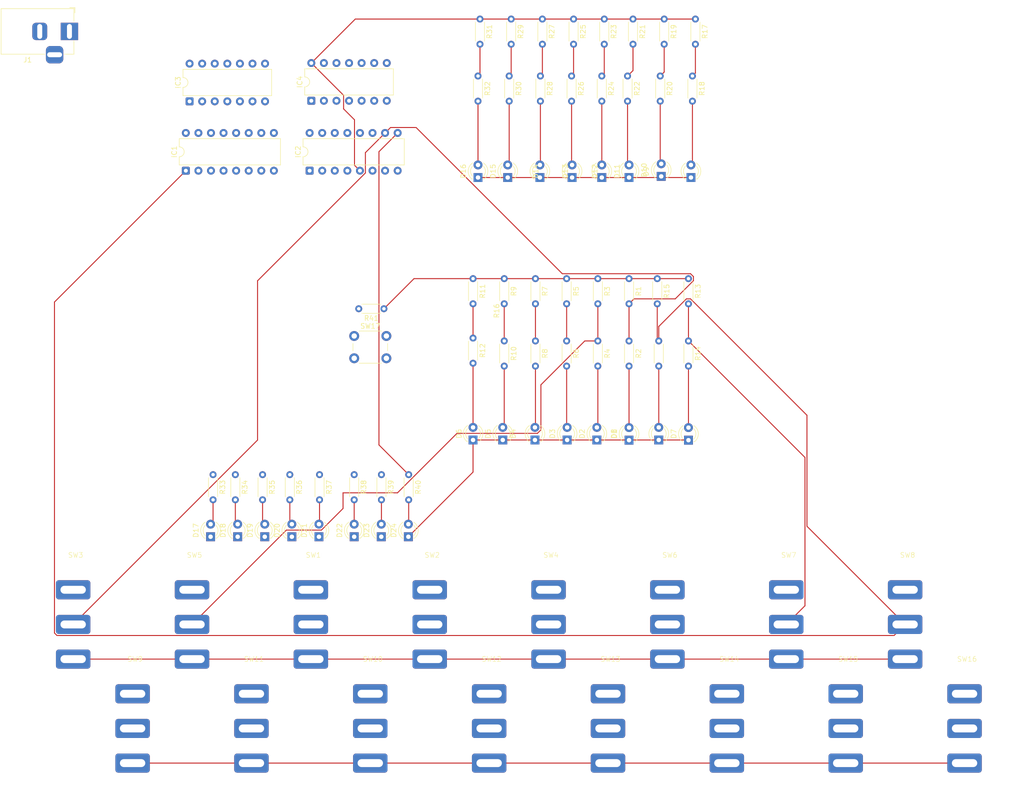
<source format=kicad_pcb>
(kicad_pcb (version 20241229) (generator "pcbnew") (generator_version "9.0")
  (layers (0 "F.Cu" signal) (2 "B.Cu" signal) (13 "F.Paste" user) (15 "B.Paste" user) (5 "F.SilkS" user "F.Silkscreen") (7 "B.SilkS" user "B.Silkscreen") (1 "F.Mask" user) (3 "B.Mask" user) (25 "Edge.Cuts" user))
  (net 0 "")
  (net 1 "Net-(D1-A)")
  (net 2 "GND")
  (net 3 "Net-(D2-A)")
  (net 4 "Net-(D3-A)")
  (net 5 "Net-(D4-A)")
  (net 6 "Net-(D5-A)")
  (net 7 "Net-(D6-A)")
  (net 8 "Net-(D7-A)")
  (net 9 "Net-(D8-A)")
  (net 10 "Net-(D9-A)")
  (net 11 "Net-(D10-A)")
  (net 12 "Net-(D11-A)")
  (net 13 "Net-(D12-A)")
  (net 14 "Net-(D13-A)")
  (net 15 "Net-(D14-A)")
  (net 16 "Net-(D15-A)")
  (net 17 "Net-(D16-A)")
  (net 18 "Net-(D17-A)")
  (net 19 "Net-(D18-A)")
  (net 20 "Net-(D19-A)")
  (net 21 "Net-(D20-A)")
  (net 22 "Net-(D21-A)")
  (net 23 "Net-(D22-A)")
  (net 24 "Net-(D23-A)")
  (net 25 "Net-(D24-A)")
  (net 26 "/A6")
  (net 27 "/S7")
  (net 28 "Net-(IC1-B2)")
  (net 29 "/A7")
  (net 30 "/A5")
  (net 31 "/A4")
  (net 32 "Net-(IC1-B1)")
  (net 33 "/S6")
  (net 34 "Net-(IC1-B4)")
  (net 35 "Net-(IC1-C0)")
  (net 36 "Net-(IC1-B3)")
  (net 37 "/VCC")
  (net 38 "/S4")
  (net 40 "/S5")
  (net 41 "/A2")
  (net 42 "/S2")
  (net 43 "/A3")
  (net 44 "Net-(IC2-B4)")
  (net 45 "/S3")
  (net 46 "Net-(IC2-B1)")
  (net 47 "/S1")
  (net 48 "/S0")
  (net 49 "/SUB")
  (net 50 "/A0")
  (net 51 "Net-(IC2-B3)")
  (net 52 "Net-(IC2-B2)")
  (net 53 "/A1")
  (net 54 "/B7")
  (net 55 "/B5")
  (net 56 "/B4")
  (net 57 "/B6")
  (net 58 "/B1")
  (net 59 "/B0")
  (net 60 "/B3")
  (net 61 "/B2")
  (footprint "new switch:new switch" (layer "F.Cu") (at 66.75 166.25)
    (property "Reference" "SW11")
    (property "Value" "SW_SPDT")
  )
  (footprint "new switch:new switch" (layer "F.Cu") (at 102.75 145.25)
    (property "Reference" "SW2")
    (property "Value" "SW_SPDT")
  )
  (footprint "LED_THT:LED_D3.0mm" (layer "F.Cu") (at 137.5 55 90)
    (property "Reference" "D12")
    (property "Value" "LED")
  )
  (footprint "LED_THT:LED_D3.0mm" (layer "F.Cu") (at 143 55 90)
    (property "Reference" "D11")
    (property "Value" "LED")
  )
  (footprint "Resistor_THT:R_Axial_DIN0204_L3.6mm_D1.6mm_P5.08mm_Horizontal" (layer "F.Cu") (at 63.5 115 -90)
    (property "Reference" "R34")
    (property "Value" "1K")
  )
  (footprint "Resistor_THT:R_Axial_DIN0204_L3.6mm_D1.6mm_P5.08mm_Horizontal" (layer "F.Cu") (at 136.7 75.42 -90)
    (property "Reference" "R3")
    (property "Value" "1K")
  )
  (footprint "Resistor_THT:R_Axial_DIN0204_L3.6mm_D1.6mm_P5.08mm_Horizontal" (layer "F.Cu") (at 136.7 88 -90)
    (property "Reference" "R4")
    (property "Value" "1K")
  )
  (footprint "LED_THT:LED_D3.0mm" (layer "F.Cu") (at 98.44 127.54 90)
    (property "Reference" "D24")
    (property "Value" "LED")
  )
  (footprint "Resistor_THT:R_Axial_DIN0204_L3.6mm_D1.6mm_P5.08mm_Horizontal" (layer "F.Cu") (at 148.7 75.42 -90)
    (property "Reference" "R15")
    (property "Value" "1K")
  )
  (footprint "Resistor_THT:R_Axial_DIN0204_L3.6mm_D1.6mm_P5.08mm_Horizontal" (layer "F.Cu") (at 143 88 -90)
    (property "Reference" "R2")
    (property "Value" "1K")
  )
  (footprint "new switch:new switch" (layer "F.Cu") (at 90.75 166.25)
    (property "Reference" "SW10")
    (property "Value" "SW_SPDT")
  )
  (footprint "Resistor_THT:R_Axial_DIN0204_L3.6mm_D1.6mm_P5.08mm_Horizontal" (layer "F.Cu") (at 125.5 23 -90)
    (property "Reference" "R27")
    (property "Value" "1K")
  )
  (footprint "Resistor_THT:R_Axial_DIN0204_L3.6mm_D1.6mm_P5.08mm_Horizontal" (layer "F.Cu") (at 149.3 34.5 -90)
    (property "Reference" "R20")
    (property "Value" "1K")
  )
  (footprint "LED_THT:LED_D3.0mm" (layer "F.Cu") (at 149.5 54.77 90)
    (property "Reference" "D10")
    (property "Value" "LED")
  )
  (footprint "Resistor_THT:R_Axial_DIN0204_L3.6mm_D1.6mm_P5.08mm_Horizontal" (layer "F.Cu") (at 150.1 23 -90)
    (property "Reference" "R19")
    (property "Value" "1K")
  )
  (footprint "new switch:new switch" (layer "F.Cu") (at 30.75 145.25)
    (property "Reference" "SW3")
    (property "Value" "SW_SPDT")
  )
  (footprint "Resistor_THT:R_Axial_DIN0204_L3.6mm_D1.6mm_P5.08mm_Horizontal" (layer "F.Cu") (at 124.1 88 -90)
    (property "Reference" "R8")
    (property "Value" "1K")
  )
  (footprint "LED_THT:LED_D3.0mm" (layer "F.Cu") (at 117.5 108 90)
    (property "Reference" "D5")
    (property "Value" "LED")
  )
  (footprint "Package_DIP:DIP-16_W7.62mm" (layer "F.Cu") (at 53.5 53.62 90)
    (property "Reference" "IC1")
    (property "Value" "~")
  )
  (footprint "Resistor_THT:R_Axial_DIN0204_L3.6mm_D1.6mm_P5.08mm_Horizontal" (layer "F.Cu") (at 117.8 88 -90)
    (property "Reference" "R10")
    (property "Value" "1K")
  )
  (footprint "Resistor_THT:R_Axial_DIN0204_L3.6mm_D1.6mm_P5.08mm_Horizontal" (layer "F.Cu") (at 112.5 34.5 -90)
    (property "Reference" "R32")
    (property "Value" "1K")
  )
  (footprint "Resistor_THT:R_Axial_DIN0204_L3.6mm_D1.6mm_P5.08mm_Horizontal" (layer "F.Cu") (at 125.1 34.5 -90)
    (property "Reference" "R28")
    (property "Value" "1K")
  )
  (footprint "Resistor_THT:R_Axial_DIN0204_L3.6mm_D1.6mm_P5.08mm_Horizontal" (layer "F.Cu") (at 112.9 23 -90)
    (property "Reference" "R31")
    (property "Value" "1K")
  )
  (footprint "LED_THT:LED_D3.0mm" (layer "F.Cu") (at 69.44 127.54 90)
    (property "Reference" "D19")
    (property "Value" "LED")
  )
  (footprint "Resistor_THT:R_Axial_DIN0204_L3.6mm_D1.6mm_P5.08mm_Horizontal" (layer "F.Cu") (at 98.5 115 -90)
    (property "Reference" "R40")
    (property "Value" "1K")
  )
  (footprint "LED_THT:LED_D3.0mm" (layer "F.Cu") (at 63.97 127.54 90)
    (property "Reference" "D18")
    (property "Value" "LED")
  )
  (footprint "Resistor_THT:R_Axial_DIN0204_L3.6mm_D1.6mm_P5.08mm_Horizontal" (layer "F.Cu") (at 118.8 34.5 -90)
    (property "Reference" "R30")
    (property "Value" "1K")
  )
  (footprint "LED_THT:LED_D3.0mm" (layer "F.Cu") (at 130.5 108 90)
    (property "Reference" "D3")
    (property "Value" "LED")
  )
  (footprint "LED_THT:LED_D3.0mm" (layer "F.Cu") (at 80.38 127.54 90)
    (property "Reference" "D21")
    (property "Value" "LED")
  )
  (footprint "Resistor_THT:R_Axial_DIN0204_L3.6mm_D1.6mm_P5.08mm_Horizontal" (layer "F.Cu") (at 155 75.42 -90)
    (property "Reference" "R13")
    (property "Value" "1K")
  )
  (footprint "new switch:new switch" (layer "F.Cu") (at 162.75 166.25)
    (property "Reference" "SW14")
    (property "Value" "SW_SPDT")
  )
  (footprint "Resistor_THT:R_Axial_DIN0204_L3.6mm_D1.6mm_P5.08mm_Horizontal" (layer "F.Cu") (at 149 88 -90)
    (property "Reference" "R16")
    (property "Value" "1K")
  )
  (footprint "new switch:new switch" (layer "F.Cu") (at 174.75 145.25)
    (property "Reference" "SW7")
    (property "Value" "SW_SPDT")
  )
  (footprint "new switch:new switch" (layer "F.Cu") (at 42.75 166.25)
    (property "Reference" "SW9")
    (property "Value" "SW_SPDT")
  )
  (footprint "new switch:new switch" (layer "F.Cu") (at 138.75 166.25)
    (property "Reference" "SW13")
    (property "Value" "SW_SPDT")
  )
  (footprint "Resistor_THT:R_Axial_DIN0204_L3.6mm_D1.6mm_P5.08mm_Horizontal" (layer "F.Cu") (at 131.4 34.5 -90)
    (property "Reference" "R26")
    (property "Value" "1K")
  )
  (footprint "Resistor_THT:R_Axial_DIN0204_L3.6mm_D1.6mm_P5.08mm_Horizontal" (layer "F.Cu") (at 130.4 75.42 -90)
    (property "Reference" "R5")
    (property "Value" "1K")
  )
  (footprint "Resistor_THT:R_Axial_DIN0204_L3.6mm_D1.6mm_P5.08mm_Horizontal" (layer "F.Cu") (at 155.8 34.5 -90)
    (property "Reference" "R18")
    (property "Value" "1K")
  )
  (footprint "Resistor_THT:R_Axial_DIN0204_L3.6mm_D1.6mm_P5.08mm_Horizontal" (layer "F.Cu") (at 143 75.42 -90)
    (property "Reference" "R1")
    (property "Value" "1K")
  )
  (footprint "new switch:new switch" (layer "F.Cu") (at 54.75 145.25)
    (property "Reference" "SW5")
    (property "Value" "SW_SPDT")
  )
  (footprint "LED_THT:LED_D3.0mm" (layer "F.Cu") (at 125 55 90)
    (property "Reference" "D14")
    (property "Value" "LED")
  )
  (footprint "LED_THT:LED_D3.0mm" (layer "F.Cu") (at 92.97 127.54 90)
    (property "Reference" "D23")
    (property "Value" "LED")
  )
  (footprint "LED_THT:LED_D3.0mm" (layer "F.Cu") (at 143 108.04 90)
    (property "Reference" "D1")
    (property "Value" "LED")
  )
  (footprint "Package_DIP:DIP-14_W7.62mm" (layer "F.Cu") (at 78.84 39.5 90)
    (property "Reference" "IC4")
    (property "Value" "~")
  )
  (footprint "Resistor_THT:R_Axial_DIN0204_L3.6mm_D1.6mm_P5.08mm_Horizontal" (layer "F.Cu") (at 142.7 34.5 -90)
    (property "Reference" "R22")
    (property "Value" "1K")
  )
  (footprint "Resistor_THT:R_Axial_DIN0204_L3.6mm_D1.6mm_P5.08mm_Horizontal" (layer "F.Cu") (at 69 115 -90)
    (property "Reference" "R35")
    (property "Value" "1K")
  )
  (footprint "Resistor_THT:R_Axial_DIN0204_L3.6mm_D1.6mm_P5.08mm_Horizontal" (layer "F.Cu") (at 111.5 87.42 -90)
    (property "Reference" "R12")
    (property "Value" "1K")
  )
  (footprint "Resistor_THT:R_Axial_DIN0204_L3.6mm_D1.6mm_P5.08mm_Horizontal" (layer "F.Cu") (at 119.2 23 -90)
    (property "Reference" "R29")
    (property "Value" "1K")
  )
  (footprint "Button_Switch_THT:SW_PUSH_6mm" (layer "F.Cu") (at 87.5 87)
    (property "Reference" "SW17")
    (property "Value" "SW_Push")
  )
  (footprint "Resistor_THT:R_Axial_DIN0204_L3.6mm_D1.6mm_P5.08mm_Horizontal" (layer "F.Cu") (at 155 88 -90)
    (property "Reference" "R14")
    (property "Value" "1K")
  )
  (footprint "LED_THT:LED_D3.0mm" (layer "F.Cu") (at 149 108 90)
    (property "Reference" "D8")
    (property "Value" "LED")
  )
  (footprint "Package_DIP:DIP-16_W7.62mm" (layer "F.Cu") (at 78.5 53.62 90)
    (property "Reference" "IC2")
    (property "Value" "~")
  )
  (footprint "Resistor_THT:R_Axial_DIN0204_L3.6mm_D1.6mm_P5.08mm_Horizontal" (layer "F.Cu") (at 80.5 115 -90)
    (property "Reference" "R37")
    (property "Value" "1K")
  )
  (footprint "Resistor_THT:R_Axial_DIN0204_L3.6mm_D1.6mm_P5.08mm_Horizontal" (layer "F.Cu") (at 93 115 -90)
    (property "Reference" "R39")
    (property "Value" "1K")
  )
  (footprint "new switch:new switch" (layer "F.Cu") (at 126.75 145.25)
    (property "Reference" "SW4")
    (property "Value" "SW_SPDT")
  )
  (footprint "Resistor_THT:R_Axial_DIN0204_L3.6mm_D1.6mm_P5.08mm_Horizontal" (layer "F.Cu") (at 156.4 23 -90)
    (property "Reference" "R17")
    (property "Value" "1K")
  )
  (footprint "LED_THT:LED_D3.0mm" (layer "F.Cu") (at 131.5 55 90)
    (property "Reference" "D13")
    (property "Value" "LED")
  )
  (footprint "Resistor_THT:R_Axial_DIN0204_L3.6mm_D1.6mm_P5.08mm_Horizontal" (layer "F.Cu") (at 117.8 75.42 -90)
    (property "Reference" "R9")
    (property "Value" "1K")
  )
  (footprint "LED_THT:LED_D3.0mm" (layer "F.Cu") (at 87.5 127.54 90)
    (property "Reference" "D22")
    (property "Value" "LED")
  )
  (footprint "Package_DIP:DIP-14_W7.62mm" (layer "F.Cu") (at 54.26 39.62 90)
    (property "Reference" "IC3")
    (property "Value" "~")
  )
  (footprint "LED_THT:LED_D3.0mm" (layer "F.Cu") (at 112.5 55 90)
    (property "Reference" "D16")
    (property "Value" "LED")
  )
  (footprint "LED_THT:LED_D3.0mm" (layer "F.Cu") (at 118.5 55 90)
    (property "Reference" "D15")
    (property "Value" "LED")
  )
  (footprint "LED_THT:LED_D3.0mm" (layer "F.Cu") (at 58.5 127.54 90)
    (property "Reference" "D17")
    (property "Value" "LED")
  )
  (footprint "LED_THT:LED_D3.0mm" (layer "F.Cu") (at 136.5 108 90)
    (property "Reference" "D2")
    (property "Value" "LED")
  )
  (footprint "Resistor_THT:R_Axial_DIN0204_L3.6mm_D1.6mm_P5.08mm_Horizontal" (layer "F.Cu") (at 111.5 75.42 -90)
    (property "Reference" "R11")
    (property "Value" "1K")
  )
  (footprint "Resistor_THT:R_Axial_DIN0204_L3.6mm_D1.6mm_P5.08mm_Horizontal" (layer "F.Cu") (at 74.5 115 -90)
    (property "Reference" "R36")
    (property "Value" "1K")
  )
  (footprint "LED_THT:LED_D3.0mm" (layer "F.Cu") (at 124 108 90)
    (property "Reference" "D4")
    (property "Value" "LED")
  )
  (footprint "Resistor_THT:R_Axial_DIN0204_L3.6mm_D1.6mm_P5.08mm_Horizontal" (layer "F.Cu") (at 131.8 23 -90)
    (property "Reference" "R25")
    (property "Value" "1K")
  )
  (footprint "Resistor_THT:R_Axial_DIN0204_L3.6mm_D1.6mm_P5.08mm_Horizontal" (layer "F.Cu") (at 87.5 115 -90)
    (property "Reference" "R38")
    (property "Value" "1K")
  )
  (footprint "Resistor_THT:R_Axial_DIN0204_L3.6mm_D1.6mm_P5.08mm_Horizontal" (layer "F.Cu") (at 130.4 88 -90)
    (property "Reference" "R6")
    (property "Value" "1K")
  )
  (footprint "LED_THT:LED_D3.0mm" (layer "F.Cu") (at 74.91 127.54 90)
    (property "Reference" "D20")
    (property "Value" "LED")
  )
  (footprint "new switch:new switch" (layer "F.Cu") (at 150.75 145.25)
    (property "Reference" "SW6")
    (property "Value" "SW_SPDT")
  )
  (footprint "new switch:new switch" (layer "F.Cu") (at 186.75 166.25)
    (property "Reference" "SW15")
    (property "Value" "SW_SPDT")
  )
  (footprint "Resistor_THT:R_Axial_DIN0204_L3.6mm_D1.6mm_P5.08mm_Horizontal" (layer "F.Cu") (at 59 115 -90)
    (property "Reference" "R33")
    (property "Value" "1K")
  )
  (footprint "new switch:new switch" (layer "F.Cu") (at 210.75 166.25)
    (property "Reference" "SW16")
    (property "Value" "SW_SPDT")
  )
  (footprint "Connector_BarrelJack:BarrelJack_Horizontal" (layer "F.Cu") (at 30 25.5)
    (property "Reference" "J1")
    (property "Value" "Barrel_Jack")
  )
  (footprint "new switch:new switch" (layer "F.Cu") (at 114.75 166.25)
    (property "Reference" "SW12")
    (property "Value" "SW_SPDT")
  )
  (footprint "new switch:new switch" (layer "F.Cu") (at 78.75 145.25)
    (property "Reference" "SW1")
    (property "Value" "SW_SPDT")
  )
  (footprint "Resistor_THT:R_Axial_DIN0204_L3.6mm_D1.6mm_P5.08mm_Horizontal" (layer "F.Cu") (at 138 23 -90)
    (property "Reference" "R23")
    (property "Value" "1K")
  )
  (footprint "LED_THT:LED_D3.0mm" (layer "F.Cu") (at 155.5 55 90)
    (property "Reference" "D9")
    (property "Value" "LED")
  )
  (footprint "Resistor_THT:R_Axial_DIN0204_L3.6mm_D1.6mm_P5.08mm_Horizontal" (layer "F.Cu") (at 93.5 81.5 180)
    (property "Reference" "R41")
    (property "Value" "R")
  )
  (footprint "Resistor_THT:R_Axial_DIN0204_L3.6mm_D1.6mm_P5.08mm_Horizontal" (layer "F.Cu") (at 124.1 75.42 -90)
    (property "Reference" "R7")
    (property "Value" "1K")
  )
  (footprint "new switch:new switch" (layer "F.Cu") (at 198.75 145.25)
    (property "Reference" "SW8")
    (property "Value" "SW_SPDT")
  )
  (footprint "Resistor_THT:R_Axial_DIN0204_L3.6mm_D1.6mm_P5.08mm_Horizontal" (layer "F.Cu") (at 137.5 34.5 -90)
    (property "Reference" "R24")
    (property "Value" "1K")
  )
  (footprint "LED_THT:LED_D3.0mm" (layer "F.Cu") (at 111.5 108 90)
    (property "Reference" "D6")
    (property "Value" "LED")
  )
  (footprint "LED_THT:LED_D3.0mm" (layer "F.Cu") (at 155 108.04 90)
    (property "Reference" "D7")
    (property "Value" "LED")
  )
  (footprint "Resistor_THT:R_Axial_DIN0204_L3.6mm_D1.6mm_P5.08mm_Horizontal" (layer "F.Cu") (at 143.8 23 -90)
    (property "Reference" "R21")
    (property "Value" "1K")
  )
  (segment (start 143 93.08) (end 143 105.5) (width 0.2) (layer "F.Cu") (net 1))
  (segment (start 98.44 127.54) (end 111.5 114.48) (width 0.2) (layer "F.Cu") (net 2))
  (segment (start 154.96 108) (end 155 108.04) (width 0.2) (layer "F.Cu") (net 2))
  (segment (start 112.5 55) (end 155.5 55) (width 0.2) (layer "F.Cu") (net 2))
  (segment (start 198.75 152.25) (end 30.75 152.25) (width 0.2) (layer "F.Cu") (net 2))
  (segment (start 42.75 173.25) (end 210.75 173.25) (width 0.2) (layer "F.Cu") (net 2))
  (segment (start 111.5 108) (end 154.96 108) (width 0.2) (layer "F.Cu") (net 2))
  (segment (start 111.5 114.48) (end 111.5 108) (width 0.2) (layer "F.Cu") (net 2))
  (segment (start 136.7 105.26) (end 136.5 105.46) (width 0.2) (layer "F.Cu") (net 3))
  (segment (start 136.7 93.08) (end 136.7 105.26) (width 0.2) (layer "F.Cu") (net 3))
  (segment (start 130.4 105.36) (end 130.5 105.46) (width 0.2) (layer "F.Cu") (net 4))
  (segment (start 130.4 93.08) (end 130.4 105.36) (width 0.2) (layer "F.Cu") (net 4))
  (segment (start 124.1 93.08) (end 124.1 105.36) (width 0.2) (layer "F.Cu") (net 5))
  (segment (start 124.1 105.36) (end 124 105.46) (width 0.2) (layer "F.Cu") (net 5))
  (segment (start 117.8 105.16) (end 117.5 105.46) (width 0.2) (layer "F.Cu") (net 6))
  (segment (start 117.8 93.08) (end 117.8 105.16) (width 0.2) (layer "F.Cu") (net 6))
  (segment (start 111.5 92.5) (end 111.5 105.46) (width 0.2) (layer "F.Cu") (net 7))
  (segment (start 155 93.08) (end 155 105.5) (width 0.2) (layer "F.Cu") (net 8))
  (segment (start 149 93.08) (end 149 105.46) (width 0.2) (layer "F.Cu") (net 9))
  (segment (start 155.8 39.58) (end 155.8 52.16) (width 0.2) (layer "F.Cu") (net 10))
  (segment (start 155.8 52.16) (end 155.5 52.46) (width 0.2) (layer "F.Cu") (net 10))
  (segment (start 149.3 52.03) (end 149.5 52.23) (width 0.2) (layer "F.Cu") (net 11))
  (segment (start 149.3 39.58) (end 149.3 52.03) (width 0.2) (layer "F.Cu") (net 11))
  (segment (start 142.7 52.16) (end 143 52.46) (width 0.2) (layer "F.Cu") (net 12))
  (segment (start 142.7 39.58) (end 142.7 52.16) (width 0.2) (layer "F.Cu") (net 12))
  (segment (start 137.5 39.58) (end 137.5 52.46) (width 0.2) (layer "F.Cu") (net 13))
  (segment (start 131.4 39.58) (end 131.4 52.36) (width 0.2) (layer "F.Cu") (net 14))
  (segment (start 131.4 52.36) (end 131.5 52.46) (width 0.2) (layer "F.Cu") (net 14))
  (segment (start 125.1 39.58) (end 125.1 52.36) (width 0.2) (layer "F.Cu") (net 15))
  (segment (start 125.1 52.36) (end 125 52.46) (width 0.2) (layer "F.Cu") (net 15))
  (segment (start 118.8 52.16) (end 118.5 52.46) (width 0.2) (layer "F.Cu") (net 16))
  (segment (start 118.8 39.58) (end 118.8 52.16) (width 0.2) (layer "F.Cu") (net 16))
  (segment (start 112.5 39.58) (end 112.5 52.46) (width 0.2) (layer "F.Cu") (net 17))
  (segment (start 59 120.08) (end 59 124.5) (width 0.2) (layer "F.Cu") (net 18))
  (segment (start 59 124.5) (end 58.5 125) (width 0.2) (layer "F.Cu") (net 18))
  (segment (start 63.5 120.08) (end 63.5 124.53) (width 0.2) (layer "F.Cu") (net 19))
  (segment (start 63.5 124.53) (end 63.97 125) (width 0.2) (layer "F.Cu") (net 19))
  (segment (start 69 124.56) (end 69.44 125) (width 0.2) (layer "F.Cu") (net 20))
  (segment (start 69 120.08) (end 69 124.56) (width 0.2) (layer "F.Cu") (net 20))
  (segment (start 74.5 120.08) (end 74.5 124.59) (width 0.2) (layer "F.Cu") (net 21))
  (segment (start 74.5 124.59) (end 74.91 125) (width 0.2) (layer "F.Cu") (net 21))
  (segment (start 80.5 120.08) (end 80.5 124.88) (width 0.2) (layer "F.Cu") (net 22))
  (segment (start 87.5 120.08) (end 87.5 125) (width 0.2) (layer "F.Cu") (net 23))
  (segment (start 93 120.08) (end 93 124.97) (width 0.2) (layer "F.Cu") (net 24))
  (segment (start 98.5 120.08) (end 98.5 124.94) (width 0.2) (layer "F.Cu") (net 25))
  (segment (start 178.526 111.526) (end 155 88) (width 0.2) (layer "F.Cu") (net 26))
  (segment (start 178.526 141.474) (end 178.526 111.526) (width 0.2) (layer "F.Cu") (net 26))
  (segment (start 174.75 145.25) (end 178.526 141.474) (width 0.2) (layer "F.Cu") (net 26))
  (segment (start 155 80.5) (end 155 88) (width 0.2) (layer "F.Cu") (net 26))
  (segment (start 155.414628 79.499) (end 154.585372 79.499) (width 0.2) (layer "F.Cu") (net 29))
  (segment (start 148.7 87.7) (end 149 88) (width 0.2) (layer "F.Cu") (net 29))
  (segment (start 178.927 103.011372) (end 155.414628 79.499) (width 0.2) (layer "F.Cu") (net 29))
  (segment (start 196.519 147.481) (end 27.482426 147.481) (width 0.2) (layer "F.Cu") (net 29))
  (segment (start 198.75 145.25) (end 196.519 147.481) (width 0.2) (layer "F.Cu") (net 29))
  (segment (start 149 85.084372) (end 149 88) (width 0.2) (layer "F.Cu") (net 29))
  (segment (start 26.974 80.146) (end 53.5 53.62) (width 0.2) (layer "F.Cu") (net 29))
  (segment (start 154.585372 79.499) (end 149 85.084372) (width 0.2) (layer "F.Cu") (net 29))
  (segment (start 148.7 80.5) (end 148.7 87.7) (width 0.2) (layer "F.Cu") (net 29))
  (segment (start 26.974 146.972574) (end 26.974 80.146) (width 0.2) (layer "F.Cu") (net 29))
  (segment (start 27.482426 147.481) (end 26.974 146.972574) (width 0.2) (layer "F.Cu") (net 29))
  (segment (start 178.927 125.427) (end 178.927 103.011372) (width 0.2) (layer "F.Cu") (net 29))
  (segment (start 198.75 145.25) (end 178.927 125.427) (width 0.2) (layer "F.Cu") (net 29))
  (segment (start 111.5 80.5) (end 111.5 87.42) (width 0.2) (layer "F.Cu") (net 30))
  (segment (start 117.8 80.5) (end 117.8 88) (width 0.2) (layer "F.Cu") (net 31))
  (segment (start 87.72 23) (end 112.9 23) (width 0.2) (layer "F.Cu") (net 37))
  (segment (start 85.359 38.399) (end 85.359 41.14195) (width 0.2) (layer "F.Cu") (net 37))
  (segment (start 111.5 75.42) (end 99.58 75.42) (width 0.2) (layer "F.Cu") (net 37))
  (segment (start 87.559 43.34195) (end 87.559 52.519) (width 0.2) (layer "F.Cu") (net 37))
  (segment (start 78.84 31.88) (end 87.72 23) (width 0.2) (layer "F.Cu") (net 37))
  (segment (start 112.9 23) (end 156.4 23) (width 0.2) (layer "F.Cu") (net 37))
  (segment (start 99.58 75.42) (end 93.5 81.5) (width 0.2) (layer "F.Cu") (net 37))
  (segment (start 87.559 52.519) (end 88.66 53.62) (width 0.2) (layer "F.Cu") (net 37))
  (segment (start 85.359 41.14195) (end 87.559 43.34195) (width 0.2) (layer "F.Cu") (net 37))
  (segment (start 78.84 31.88) (end 85.359 38.399) (width 0.2) (layer "F.Cu") (net 37))
  (segment (start 111.5 75.42) (end 155 75.42) (width 0.2) (layer "F.Cu") (net 37))
  (segment (start 130.4 80.5) (end 130.4 88) (width 0.2) (layer "F.Cu") (net 41))
  (segment (start 124.1 80.5) (end 124.1 88) (width 0.2) (layer "F.Cu") (net 43))
  (segment (start 92.499 49.781) (end 96.28 46) (width 0.2) (layer "F.Cu") (net 48))
  (segment (start 92.499 108.999) (end 92.499 49.781) (width 0.2) (layer "F.Cu") (net 48))
  (segment (start 98.5 115) (end 92.499 108.999) (width 0.2) (layer "F.Cu") (net 48))
  (segment (start 155.414628 74.419) (end 156.001 75.005372) (width 0.2) (layer "F.Cu") (net 50))
  (segment (start 94.841 44.899) (end 99.997 44.899) (width 0.2) (layer "F.Cu") (net 50))
  (segment (start 156.001 75.834628) (end 152.336628 79.499) (width 0.2) (layer "F.Cu") (net 50))
  (segment (start 93.74 46) (end 94.841 44.899) (width 0.2) (layer "F.Cu") (net 50))
  (segment (start 129.517 74.419) (end 155.414628 74.419) (width 0.2) (layer "F.Cu") (net 50))
  (segment (start 89.761 54.07605) (end 89.761 49.979) (width 0.2) (layer "F.Cu") (net 50))
  (segment (start 89.761 49.979) (end 93.74 46) (width 0.2) (layer "F.Cu") (net 50))
  (segment (start 67.985372 75.851678) (end 89.761 54.07605) (width 0.2) (layer "F.Cu") (net 50))
  (segment (start 152.336628 79.499) (end 144.001 79.499) (width 0.2) (layer "F.Cu") (net 50))
  (segment (start 67.985372 108.014628) (end 67.985372 75.851678) (width 0.2) (layer "F.Cu") (net 50))
  (segment (start 99.997 44.899) (end 129.517 74.419) (width 0.2) (layer "F.Cu") (net 50))
  (segment (start 144.001 79.499) (end 143 80.5) (width 0.2) (layer "F.Cu") (net 50))
  (segment (start 30.75 145.25) (end 67.985372 108.014628) (width 0.2) (layer "F.Cu") (net 50))
  (segment (start 156.001 75.005372) (end 156.001 75.834628) (width 0.2) (layer "F.Cu") (net 50))
  (segment (start 143 80.5) (end 143 88) (width 0.2) (layer "F.Cu") (net 50))
  (segment (start 134.064372 88) (end 136.7 88) (width 0.2) (layer "F.Cu") (net 53))
  (segment (start 124.497471 106.661) (end 125.201 105.957471) (width 0.2) (layer "F.Cu") (net 53))
  (segment (start 96.25 118.665628) (end 108.254628 106.661) (width 0.2) (layer "F.Cu") (net 53))
  (segment (start 73.799 126.201) (end 80.877471 126.201) (width 0.2) (layer "F.Cu") (net 53))
  (segment (start 125.201 105.957471) (end 125.201 96.863372) (width 0.2) (layer "F.Cu") (net 53))
  (segment (start 125.201 96.863372) (end 134.064372 88) (width 0.2) (layer "F.Cu") (net 53))
  (segment (start 80.877471 126.201) (end 85.25 121.828471) (width 0.2) (layer "F.Cu") (net 53))
  (segment (start 54.75 145.25) (end 73.799 126.201) (width 0.2) (layer "F.Cu") (net 53))
  (segment (start 136.7 80.5) (end 136.7 88) (width 0.2) (layer "F.Cu") (net 53))
  (segment (start 85.25 121.828471) (end 85.25 118.665628) (width 0.2) (layer "F.Cu") (net 53))
  (segment (start 108.254628 106.661) (end 124.497471 106.661) (width 0.2) (layer "F.Cu") (net 53))
  (segment (start 85.25 118.665628) (end 96.25 118.665628) (width 0.2) (layer "F.Cu") (net 53))
  (segment (start 112.9 28.08) (end 112.9 34.1) (width 0.2) (layer "F.Cu") (net 54))
  (segment (start 112.9 34.1) (end 112.5 34.5) (width 0.2) (layer "F.Cu") (net 54))
  (segment (start 125.5 28.08) (end 125.5 34.1) (width 0.2) (layer "F.Cu") (net 55))
  (segment (start 125.5 34.1) (end 125.1 34.5) (width 0.2) (layer "F.Cu") (net 55))
  (segment (start 131.8 34.1) (end 131.4 34.5) (width 0.2) (layer "F.Cu") (net 56))
  (segment (start 131.8 28.08) (end 131.8 34.1) (width 0.2) (layer "F.Cu") (net 56))
  (segment (start 119.2 34.1) (end 118.8 34.5) (width 0.2) (layer "F.Cu") (net 57))
  (segment (start 119.2 28.08) (end 119.2 34.1) (width 0.2) (layer "F.Cu") (net 57))
  (segment (start 150.1 33.7) (end 149.3 34.5) (width 0.2) (layer "F.Cu") (net 58))
  (segment (start 150.1 28.08) (end 150.1 33.7) (width 0.2) (layer "F.Cu") (net 58))
  (segment (start 156.4 33.9) (end 155.8 34.5) (width 0.2) (layer "F.Cu") (net 59))
  (segment (start 156.4 28.08) (end 156.4 33.9) (width 0.2) (layer "F.Cu") (net 59))
  (segment (start 138 28.08) (end 138 34) (width 0.2) (layer "F.Cu") (net 60))
  (segment (start 138 34) (end 137.5 34.5) (width 0.2) (layer "F.Cu") (net 60))
  (segment (start 143.8 28.08) (end 143.8 33.4) (width 0.2) (layer "F.Cu") (net 61))
  (segment (start 143.8 33.4) (end 142.7 34.5) (width 0.2) (layer "F.Cu") (net 61))
)
</source>
